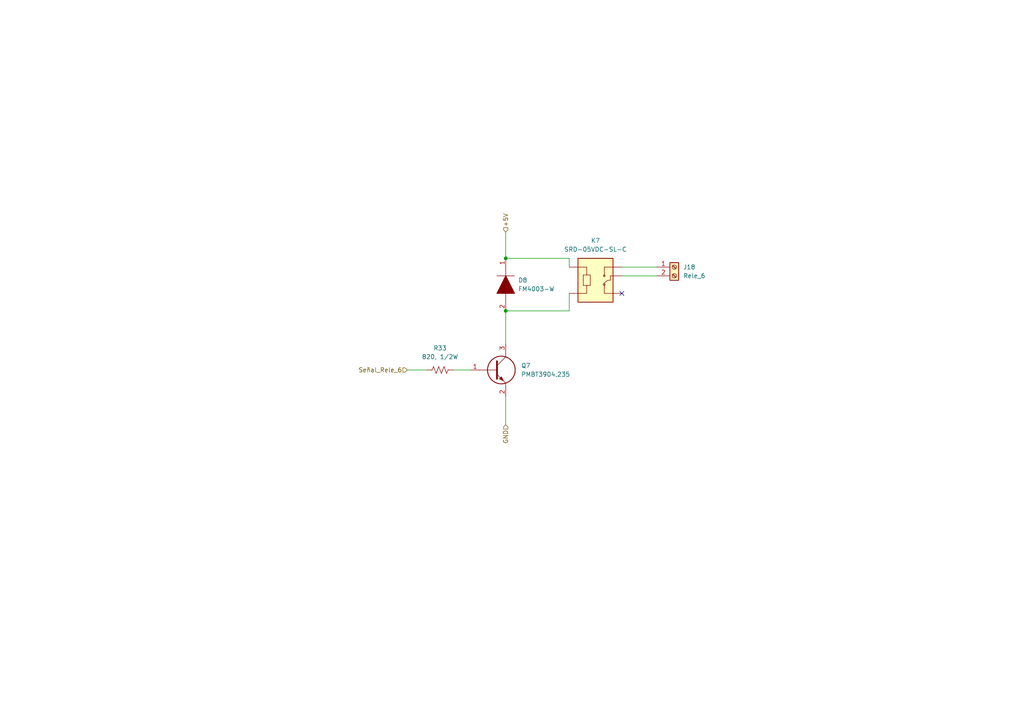
<source format=kicad_sch>
(kicad_sch (version 20211123) (generator eeschema)
  (paper "A4")
  (lib_symbols
    (symbol "Connector:Screw_Terminal_01x02" (pin_names (offset 1.016) hide)
      (property "Reference" "J" (at 0 2.54 0))
      (property "Value" "Screw_Terminal_01x02" (at 0 -5.08 0))
      (symbol "Screw_Terminal_01x02_1_1"
        (rectangle (start -1.27 1.27) (end 1.27 -3.81) (stroke (width 0.254)) (fill (type background)))
        (circle (center 0 -2.54) (radius 0.635) (stroke (width 0.1524)))
        (polyline (pts (xy -0.5334 -2.2098) (xy 0.3302 -3.048)) (stroke (width 0.1524)))
        (polyline (pts (xy -0.5334 0.3302) (xy 0.3302 -0.508)) (stroke (width 0.1524)))
        (polyline (pts (xy -0.3556 -2.032) (xy 0.508 -2.8702)) (stroke (width 0.1524)))
        (polyline (pts (xy -0.3556 0.508) (xy 0.508 -0.3302)) (stroke (width 0.1524)))
        (circle (center 0 0) (radius 0.635) (stroke (width 0.1524)))
        (pin passive line (at -5.08 0 0) (length 3.81) (name "Pin_1") (number "1"))
        (pin passive line (at -5.08 -2.54 0) (length 3.81) (name "Pin_2") (number "2"))
      )
    )
    (symbol "Device:R_US" (pin_numbers hide) (pin_names (offset 0))
      (property "Reference" "R" (at 2.54 0 90))
      (property "Value" "R_US" (at -2.54 0 90))
      (symbol "R_US_0_1"
        (polyline (pts (xy 0 -2.286) (xy 0 -2.54)))
        (polyline (pts (xy 0 2.286) (xy 0 2.54)))
        (polyline (pts (xy 0 -0.762) (xy 1.016 -1.143) (xy 0 -1.524) (xy -1.016 -1.905) (xy 0 -2.286)))
        (polyline (pts (xy 0 0.762) (xy 1.016 0.381) (xy 0 0) (xy -1.016 -0.381) (xy 0 -0.762)))
        (polyline (pts (xy 0 2.286) (xy 1.016 1.905) (xy 0 1.524) (xy -1.016 1.143) (xy 0 0.762)))
      )
      (symbol "R_US_1_1"
        (pin passive line (at 0 3.81 270) (length 1.27) (name "~") (number "1"))
        (pin passive line (at 0 -3.81 90) (length 1.27) (name "~") (number "2"))
      )
    )
    (symbol "FM4003-W:FM4003-W" (pin_names (offset 0.762))
      (property "Reference" "D" (at 11.43 5.08 0))
      (property "Value" "FM4003-W" (at 11.43 2.54 0))
      (symbol "FM4003-W_0_0"
        (pin passive line (at 0 0 0) (length 2.54) (name "~") (number "1"))
        (pin passive line (at 15.24 0 180) (length 2.54) (name "~") (number "2"))
      )
      (symbol "FM4003-W_0_1"
        (polyline (pts (xy 2.54 0) (xy 5.08 0)) (stroke (width 0.1524)))
        (polyline (pts (xy 5.08 2.54) (xy 5.08 -2.54)) (stroke (width 0.1524)))
        (polyline (pts (xy 10.16 0) (xy 12.7 0)) (stroke (width 0.1524)))
        (polyline (pts (xy 5.08 0) (xy 10.16 2.54) (xy 10.16 -2.54) (xy 5.08 0)) (stroke (width 0.254)) (fill (type outline)))
      )
    )
    (symbol "PMBT3904,235:PMBT3904,235" (pin_names (offset 0.762))
      (property "Reference" "Q" (at 13.97 1.27 0))
      (property "Value" "PMBT3904,235" (at 13.97 -1.27 0))
      (symbol "PMBT3904,235_0_0"
        (pin passive line (at 0 0 0) (length 2.54) (name "~") (number "1"))
        (pin passive line (at 10.16 -7.62 90) (length 2.54) (name "~") (number "2"))
        (pin passive line (at 10.16 7.62 270) (length 2.54) (name "~") (number "3"))
      )
      (symbol "PMBT3904,235_0_1"
        (polyline (pts (xy 2.54 0) (xy 7.62 0)) (stroke (width 0.1524)))
        (polyline (pts (xy 7.62 -1.27) (xy 10.16 -3.81)) (stroke (width 0.1524)))
        (polyline (pts (xy 7.62 1.27) (xy 10.16 3.81)) (stroke (width 0.1524)))
        (polyline (pts (xy 7.62 2.54) (xy 7.62 -2.54)) (stroke (width 0.508)))
        (polyline (pts (xy 10.16 -3.81) (xy 10.16 -5.08)) (stroke (width 0.1524)))
        (polyline (pts (xy 10.16 3.81) (xy 10.16 5.08)) (stroke (width 0.1524)))
        (polyline (pts (xy 8.382 -2.54) (xy 8.89 -2.032) (xy 9.398 -3.048) (xy 8.382 -2.54)) (stroke (width 0.254)) (fill (type outline)))
        (circle (center 8.89 0) (radius 4.0132) (stroke (width 0.254)))
      )
    )
    (symbol "SRD-05VDC-SL-C:SRD-05VDC-SL-C" (pin_numbers hide) (pin_names (offset 1.016) hide)
      (property "Reference" "K" (at -5.08 5.842 0))
      (property "Value" "SRD-05VDC-SL-C" (at -5.08 -10.16 0))
      (symbol "SRD-05VDC-SL-C_0_0"
        (rectangle (start -5.08 -7.62) (end 5.08 5.08) (stroke (width 0.254)) (fill (type background)))
        (polyline (pts (xy -5.08 2.54) (xy -2.54 2.54)) (stroke (width 0.1524)))
        (polyline (pts (xy -3.556 -2.794) (xy -2.54 -2.794)) (stroke (width 0.1524)))
        (polyline (pts (xy -3.556 0.254) (xy -3.556 -2.794)) (stroke (width 0.1524)))
        (polyline (pts (xy -2.54 -5.08) (xy -5.08 -5.08)) (stroke (width 0.1524)))
        (polyline (pts (xy -2.54 -2.794) (xy -2.54 -5.08)) (stroke (width 0.1524)))
        (polyline (pts (xy -2.54 -2.794) (xy -1.524 -2.794)) (stroke (width 0.1524)))
        (polyline (pts (xy -2.54 0.254) (xy -3.556 0.254)) (stroke (width 0.1524)))
        (polyline (pts (xy -2.54 2.54) (xy -2.54 0.254)) (stroke (width 0.1524)))
        (polyline (pts (xy -1.524 -2.794) (xy -1.524 0.254)) (stroke (width 0.1524)))
        (polyline (pts (xy -1.524 0.254) (xy -2.54 0.254)) (stroke (width 0.1524)))
        (polyline (pts (xy 2.54 -5.08) (xy 5.08 -5.08)) (stroke (width 0.1524)))
        (polyline (pts (xy 2.54 -2.54) (xy 2.54 -5.08)) (stroke (width 0.1524)))
        (polyline (pts (xy 2.54 2.54) (xy 2.54 0)) (stroke (width 0.1524)))
        (polyline (pts (xy 3.556 -1.27) (xy 2.286 -2.286)) (stroke (width 0.1524)))
        (polyline (pts (xy 3.556 -1.27) (xy 4.318 -1.27)) (stroke (width 0.1524)))
        (polyline (pts (xy 4.318 -1.27) (xy 4.318 0)) (stroke (width 0.1524)))
        (polyline (pts (xy 4.318 0) (xy 5.08 0)) (stroke (width 0.1524)))
        (polyline (pts (xy 5.08 2.54) (xy 2.54 2.54)) (stroke (width 0.1524)))
        (circle (center 2.54 -2.54) (radius 0.254) (stroke (width 0.1524)))
        (circle (center 2.54 0) (radius 0.254) (stroke (width 0.1524)))
        (pin passive line (at -7.62 2.54 0) (length 2.54) (name "~") (number "A1"))
        (pin passive line (at -7.62 -5.08 0) (length 2.54) (name "~") (number "A2"))
        (pin passive line (at 7.62 0 180) (length 2.54) (name "~") (number "COM"))
        (pin passive line (at 7.62 -5.08 180) (length 2.54) (name "~") (number "NC"))
        (pin passive line (at 7.62 2.54 180) (length 2.54) (name "~") (number "NO"))
      )
    )
  )
  (junction (at 146.685 74.93))
  (junction (at 146.685 90.17))
  (no_connect (at 180.34 85.09))
  (wire (pts (xy 146.685 90.17) (xy 165.1 90.17)))
  (wire (pts (xy 131.445 107.315) (xy 136.525 107.315)))
  (wire (pts (xy 146.685 114.935) (xy 146.685 123.19)))
  (wire (pts (xy 146.685 74.93) (xy 165.1 74.93)))
  (wire (pts (xy 180.34 80.01) (xy 190.5 80.01)))
  (wire (pts (xy 146.685 67.31) (xy 146.685 74.93)))
  (wire (pts (xy 180.34 77.47) (xy 190.5 77.47)))
  (wire (pts (xy 118.11 107.315) (xy 123.825 107.315)))
  (wire (pts (xy 146.685 90.17) (xy 146.685 99.695)))
  (wire (pts (xy 165.1 90.17) (xy 165.1 85.09)))
  (wire (pts (xy 165.1 74.93) (xy 165.1 77.47)))
  (hierarchical_label "GND" (shape input) (at 146.685 123.19 270))
  (hierarchical_label "+5V" (shape input) (at 146.685 67.31 90))
  (hierarchical_label "Señal_Rele_6" (shape input) (at 118.11 107.315 180))
  (symbol (lib_id "Device:R_US") (at 127.635 107.315 90) (unit 1)
    (property "Reference" "R33" (at 127.635 100.965 90))
    (property "Value" "820, 1/2W" (at 127.635 103.505 90))
    (property "Footprint" "Resistor_SMD:R_0805_2012Metric" (effects hide))
  )
  (symbol (lib_id "Connector:Screw_Terminal_01x02") (at 195.58 77.47 0) (unit 1)
    (property "Reference" "J18" (at 198.12 77.4699 0) (effects (justify left)))
    (property "Value" "Rele_6" (at 198.12 80.0099 0) (effects (justify left)))
    (property "Footprint" "TB002-500-02BE:TB00250002BE" (effects hide))
  )
  (symbol (lib_id "FM4003-W:FM4003-W") (at 146.685 74.93 270) (unit 1)
    (property "Reference" "D8" (at 150.2664 81.2799 90) (effects (justify left)))
    (property "Value" "FM4003-W" (at 150.2664 83.8199 90) (effects (justify left)))
    (property "Footprint" "FM4003W:DIOM5025X231N" (effects hide))
    (property "Datasheet" "https://componentsearchengine.com/Datasheets/1/FM4003-W.pdf" (effects hide))
    (property "Description" "Rectifiers 1A 200V GP" (effects hide))
    (property "Height" "2.31" (effects hide))
    (property "Manufacturer_Name" "Rectron" (effects hide))
    (property "Manufacturer_Part_Number" "FM4003-W" (effects hide))
    (property "Mouser Part Number" "583-FM4003-W" (effects hide))
    (property "Mouser Price/Stock" "https://www.mouser.co.uk/ProductDetail/Rectron/FM4003-W/?qs=5h8Q3Z7TNRlJu6QU92Ho0w%3D%3D" (effects hide))
    (property "Arrow Part Number" "FM4003-W" (effects hide))
    (property "Arrow Price/Stock" "https://www.arrow.com/en/products/fm4003-w/rectron" (effects hide))
  )
  (symbol (lib_id "PMBT3904,235:PMBT3904,235") (at 136.525 107.315 0) (unit 1)
    (property "Reference" "Q7" (at 151.13 106.0449 0) (effects (justify left)))
    (property "Value" "PMBT3904,235" (at 151.13 108.5849 0) (effects (justify left)))
    (property "Footprint" "PMBT3904,235:SOT95P230X110-3N" (effects hide))
    (property "Datasheet" "https://assets.nexperia.com/documents/data-sheet/PMBT3904.pdf" (effects hide))
    (property "Description" "PMBT3904 - NPN switching transistor" (effects hide))
    (property "Height" "1.1" (effects hide))
    (property "Manufacturer_Name" "Nexperia" (effects hide))
    (property "Manufacturer_Part_Number" "PMBT3904,235" (effects hide))
    (property "Mouser Part Number" "771-PMBT3904235" (effects hide))
    (property "Mouser Price/Stock" "https://www.mouser.co.uk/ProductDetail/Nexperia/PMBT3904235?qs=LOCUfHb8d9uziIfl4fmvZg%3D%3D" (effects hide))
    (property "Arrow Part Number" "PMBT3904,235" (effects hide))
    (property "Arrow Price/Stock" "https://www.arrow.com/en/products/pmbt3904235/nexperia?region=nac" (effects hide))
  )
  (symbol (lib_id "SRD-05VDC-SL-C:SRD-05VDC-SL-C") (at 172.72 80.01 0) (unit 1)
    (property "Reference" "K7" (at 172.72 69.7992 0))
    (property "Value" "SRD-05VDC-SL-C" (at 172.72 72.3392 0))
    (property "Footprint" "SRD-05VDC-SL-C-Version_2:RELAY_SRD-05VDC-SL-C" (effects hide))
    (property "MANUFACTURER" "SONGLE RELAY" (effects hide))
    (property "STANDARD" "IPC-7251" (effects hide))
  )
)
</source>
